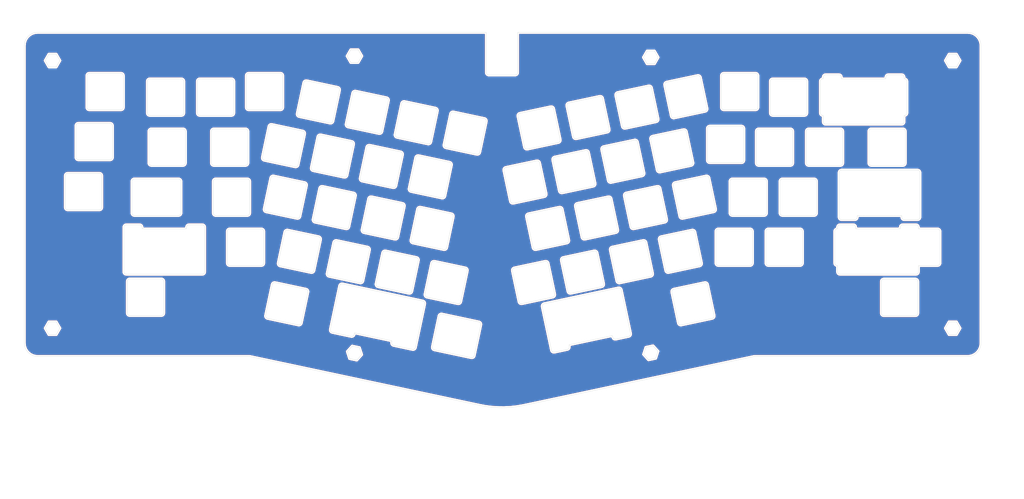
<source format=kicad_pcb>
(kicad_pcb (version 20171130) (host pcbnew 5.1.6-c6e7f7d~86~ubuntu18.04.1)
  (layers (0 F.Cu signal) (31 B.Cu signal) (34 B.Paste user) (35 F.Paste user) (36 B.SilkS user) (37 F.SilkS user) (38 B.Mask user) (39 F.Mask user) (44 Edge.Cuts user))
  (net 0 "")
  (gr_arc (start 208.588699 119.708509) (end 207.610552 119.916421) (angle -90) (layer Edge.Cuts) (width 0.1))
  (gr_line (start 205.115611 108.17865) (end 207.610552 119.916421) (layer Edge.Cuts) (width 0.1))
  (gr_arc (start 295.61125 105.15) (end 295.61125 106.15) (angle -90) (layer Edge.Cuts) (width 0.1))
  (gr_line (start 283.61125 106.15) (end 295.61125 106.15) (layer Edge.Cuts) (width 0.1))
  (gr_arc (start 259.693894 50.422133) (end 259.901806 51.400281) (angle -90) (layer Edge.Cuts) (width 0.1))
  (gr_line (start 248.164034 53.895221) (end 259.901806 51.400281) (layer Edge.Cuts) (width 0.1))
  (gr_line (start 310.98125 68.05) (end 298.98125 68.05) (layer Edge.Cuts) (width 0.1))
  (gr_arc (start 310.98125 67.05) (end 310.98125 68.05) (angle -90) (layer Edge.Cuts) (width 0.1))
  (gr_arc (start 241.825242 80.90508) (end 242.803389 80.697168) (angle -90) (layer Edge.Cuts) (width 0.1))
  (gr_line (start 245.29833 92.434939) (end 242.803389 80.697168) (layer Edge.Cuts) (width 0.1))
  (gr_line (start 336.53325 87.1) (end 338.97125 87.1) (layer Edge.Cuts) (width 0.1))
  (gr_line (start 78.57125 92.15) (end 66.571251 92.15) (layer Edge.Cuts) (width 0.1))
  (gr_line (start 81.009251 92.15) (end 78.57125 92.15) (layer Edge.Cuts) (width 0.1))
  (gr_line (start 81.009251 91.565003) (end 81.009251 92.15) (layer Edge.Cuts) (width 0.1))
  (gr_arc (start 264.094894 37.218585) (end 263.886983 36.240437) (angle -90) (layer Edge.Cuts) (width 0.1))
  (gr_line (start 275.624754 33.745497) (end 263.886983 36.240437) (layer Edge.Cuts) (width 0.1))
  (gr_arc (start 264.489835 107.826356) (end 263.511687 108.034268) (angle -90) (layer Edge.Cuts) (width 0.1))
  (gr_line (start 261.016747 96.296496) (end 263.511687 108.034268) (layer Edge.Cuts) (width 0.1))
  (gr_line (start 374.275 30.528173) (end 375.7 28.06) (layer Edge.Cuts) (width 0.1))
  (gr_line (start 303.34125 48) (end 303.34125 36) (layer Edge.Cuts) (width 0.1))
  (gr_arc (start 304.34125 48) (end 303.34125 48) (angle -90) (layer Edge.Cuts) (width 0.1))
  (gr_line (start 256.077101 97.34645) (end 258.572042 109.084222) (layer Edge.Cuts) (width 0.1))
  (gr_arc (start 255.098954 97.554362) (end 256.077101 97.34645) (angle -90) (layer Edge.Cuts) (width 0.1))
  (gr_arc (start 223.962411 77.487791) (end 222.984263 77.695703) (angle -90) (layer Edge.Cuts) (width 0.1))
  (gr_line (start 220.489323 65.957932) (end 222.984263 77.695703) (layer Edge.Cuts) (width 0.1))
  (gr_arc (start 230.087471 83.40002) (end 229.879559 82.421873) (angle -90) (layer Edge.Cuts) (width 0.1))
  (gr_line (start 241.61733 79.926932) (end 229.879559 82.421873) (layer Edge.Cuts) (width 0.1))
  (gr_arc (start 92.17125 86.1) (end 91.17125 86.1) (angle -90) (layer Edge.Cuts) (width 0.1))
  (gr_line (start 104.17125 87.1) (end 92.17125 87.1) (layer Edge.Cuts) (width 0.1))
  (gr_arc (start 104.17125 86.1) (end 104.17125 87.1) (angle -90) (layer Edge.Cuts) (width 0.1))
  (gr_arc (start 47.811251 71.96) (end 48.811251 71.96) (angle -90) (layer Edge.Cuts) (width 0.1))
  (gr_line (start 48.811251 83.96) (end 48.811251 71.96) (layer Edge.Cuts) (width 0.1))
  (gr_line (start 146.918272 137.356424) (end 144.130552 136.763876) (layer Edge.Cuts) (width 0.1))
  (gr_line (start 147.798971 140.066935) (end 146.918272 137.356424) (layer Edge.Cuts) (width 0.1))
  (gr_arc (start 247.956123 52.917074) (end 246.977975 53.124985) (angle -90) (layer Edge.Cuts) (width 0.1))
  (gr_line (start 244.483035 41.387214) (end 246.977975 53.124985) (layer Edge.Cuts) (width 0.1))
  (gr_arc (start 61.211251 74.1) (end 61.211251 73.1) (angle -90) (layer Edge.Cuts) (width 0.1))
  (gr_line (start 77.97425 73.1) (end 61.211251 73.1) (layer Edge.Cuts) (width 0.1))
  (gr_line (start 32.861251 28.06) (end 31.436251 25.591828) (layer Edge.Cuts) (width 0.1))
  (gr_arc (start 276.227606 105.331416) (end 276.435517 106.309563) (angle -90) (layer Edge.Cuts) (width 0.1))
  (gr_line (start 264.697746 108.804503) (end 276.435517 106.309563) (layer Edge.Cuts) (width 0.1))
  (gr_line (start 132.115753 96.296496) (end 129.620813 108.034268) (layer Edge.Cuts) (width 0.1))
  (gr_arc (start 131.137606 96.088585) (end 132.115753 96.296496) (angle -90) (layer Edge.Cuts) (width 0.1))
  (gr_arc (start 214.57153 67.215798) (end 215.549678 67.007886) (angle -90) (layer Edge.Cuts) (width 0.1))
  (gr_line (start 218.044618 78.745657) (end 215.549678 67.007886) (layer Edge.Cuts) (width 0.1))
  (gr_arc (start 232.582411 95.137791) (end 231.604263 95.345703) (angle -90) (layer Edge.Cuts) (width 0.1))
  (gr_line (start 229.109323 83.607932) (end 231.604263 95.345703) (layer Edge.Cuts) (width 0.1))
  (gr_line (start 147.84417 92.434939) (end 150.339111 80.697168) (layer Edge.Cuts) (width 0.1))
  (gr_arc (start 148.822318 92.642851) (end 147.84417 92.434939) (angle -90) (layer Edge.Cuts) (width 0.1))
  (gr_line (start 92.17125 73.1) (end 104.17125 73.1) (layer Edge.Cuts) (width 0.1))
  (gr_arc (start 92.17125 74.1) (end 92.17125 73.1) (angle -90) (layer Edge.Cuts) (width 0.1))
  (gr_line (start 91.17125 86.1) (end 91.17125 74.1) (layer Edge.Cuts) (width 0.1))
  (gr_line (start 207.181249 17.36) (end 378.55 17.36) (layer Edge.Cuts) (width 0.1))
  (gr_line (start 207.181249 32.595763) (end 207.181249 17.36) (layer Edge.Cuts) (width 0.1))
  (gr_arc (start 244.320182 92.642851) (end 244.528094 93.620999) (angle -90) (layer Edge.Cuts) (width 0.1))
  (gr_line (start 232.790323 96.115939) (end 244.528094 93.620999) (layer Edge.Cuts) (width 0.1))
  (gr_line (start 267.146983 74.500437) (end 278.884754 72.005497) (layer Edge.Cuts) (width 0.1))
  (gr_arc (start 267.354894 75.478585) (end 267.146983 74.500437) (angle -90) (layer Edge.Cuts) (width 0.1))
  (gr_line (start 165.777882 76.765657) (end 168.272822 65.027886) (layer Edge.Cuts) (width 0.1))
  (gr_arc (start 166.75603 76.973569) (end 165.777882 76.765657) (angle -90) (layer Edge.Cuts) (width 0.1))
  (gr_arc (start 220.32647 117.213569) (end 220.534382 118.191716) (angle -90) (layer Edge.Cuts) (width 0.1))
  (gr_line (start 208.796611 120.686657) (end 220.534382 118.191716) (layer Edge.Cuts) (width 0.1))
  (gr_line (start 178.285889 80.446657) (end 166.548118 77.951716) (layer Edge.Cuts) (width 0.1))
  (gr_arc (start 178.493801 79.468509) (end 178.285889 80.446657) (angle -90) (layer Edge.Cuts) (width 0.1))
  (gr_arc (start 245.461182 41.179302) (end 245.253271 40.201155) (angle -90) (layer Edge.Cuts) (width 0.1))
  (gr_line (start 256.991042 37.706215) (end 245.253271 40.201155) (layer Edge.Cuts) (width 0.1))
  (gr_arc (start 202.833759 69.710738) (end 202.625847 68.73259) (angle -90) (layer Edge.Cuts) (width 0.1))
  (gr_line (start 214.363618 66.23765) (end 202.625847 68.73259) (layer Edge.Cuts) (width 0.1))
  (gr_arc (start 235.700182 74.992851) (end 235.908094 75.970999) (angle -90) (layer Edge.Cuts) (width 0.1))
  (gr_line (start 224.170323 78.465939) (end 235.908094 75.970999) (layer Edge.Cuts) (width 0.1))
  (gr_line (start 146.423684 23.891828) (end 143.573684 23.891828) (layer Edge.Cuts) (width 0.1))
  (gr_line (start 330.47825 35) (end 347.35425 35) (layer Edge.Cuts) (width 0.1))
  (gr_line (start 330.47825 34.415004) (end 330.47825 35) (layer Edge.Cuts) (width 0.1))
  (gr_arc (start 329.47825 34.415002) (end 330.47825 34.415004) (angle -90.0001255) (layer Edge.Cuts) (width 0.1))
  (gr_arc (start 180.03603 60.323569) (end 179.057882 60.115657) (angle -90) (layer Edge.Cuts) (width 0.1))
  (gr_line (start 181.552822 48.377886) (end 179.057882 60.115657) (layer Edge.Cuts) (width 0.1))
  (gr_arc (start 182.53097 48.585798) (end 182.738882 47.60765) (angle -90) (layer Edge.Cuts) (width 0.1))
  (gr_line (start 145.471458 39.686215) (end 157.209229 42.181155) (layer Edge.Cuts) (width 0.1))
  (gr_arc (start 145.263546 40.664362) (end 145.471458 39.686215) (angle -90) (layer Edge.Cuts) (width 0.1))
  (gr_line (start 105.084829 140.7) (end 24.311251 140.7) (layer Edge.Cuts) (width 0.1))
  (gr_line (start 192.864782 159.358205) (end 105.084829 140.7) (layer Edge.Cuts) (width 0.1))
  (gr_line (start 146.423684 28.828173) (end 147.848684 26.36) (layer Edge.Cuts) (width 0.1))
  (gr_arc (start 97.52125 93.15) (end 97.52125 92.15) (angle -90) (layer Edge.Cuts) (width 0.1))
  (gr_line (start 109.52125 92.15) (end 97.52125 92.15) (layer Edge.Cuts) (width 0.1))
  (gr_arc (start 225.68647 96.603569) (end 225.894382 97.581716) (angle -90) (layer Edge.Cuts) (width 0.1))
  (gr_line (start 214.156611 100.076657) (end 225.894382 97.581716) (layer Edge.Cuts) (width 0.1))
  (gr_line (start 297.98125 67.05) (end 297.98125 55.05) (layer Edge.Cuts) (width 0.1))
  (gr_arc (start 298.98125 67.05) (end 297.98125 67.05) (angle -90) (layer Edge.Cuts) (width 0.1))
  (gr_line (start 132.191458 56.336215) (end 143.929229 58.831155) (layer Edge.Cuts) (width 0.1))
  (gr_arc (start 131.983546 57.314362) (end 132.191458 56.336215) (angle -90) (layer Edge.Cuts) (width 0.1))
  (gr_line (start 128.510458 68.844222) (end 131.005399 57.10645) (layer Edge.Cuts) (width 0.1))
  (gr_arc (start 129.488606 69.052133) (end 128.510458 68.844222) (angle -90) (layer Edge.Cuts) (width 0.1))
  (gr_line (start 330.03125 68.05) (end 318.03125 68.05) (layer Edge.Cuts) (width 0.1))
  (gr_arc (start 330.03125 67.05) (end 330.03125 68.05) (angle -90) (layer Edge.Cuts) (width 0.1))
  (gr_arc (start 125.087606 55.848585) (end 126.065753 56.056496) (angle -90) (layer Edge.Cuts) (width 0.1))
  (gr_line (start 105.17125 74.1) (end 105.17125 86.1) (layer Edge.Cuts) (width 0.1))
  (gr_arc (start 104.17125 74.1) (end 105.17125 74.1) (angle -90) (layer Edge.Cuts) (width 0.1))
  (gr_arc (start 273.732665 93.593644) (end 274.710813 93.385733) (angle -90) (layer Edge.Cuts) (width 0.1))
  (gr_line (start 277.205753 105.123504) (end 274.710813 93.385733) (layer Edge.Cuts) (width 0.1))
  (gr_line (start 371.425 25.591828) (end 370 28.06) (layer Edge.Cuts) (width 0.1))
  (gr_arc (start 126.629835 36.703644) (end 126.837746 35.725497) (angle -90) (layer Edge.Cuts) (width 0.1))
  (gr_line (start 138.575517 38.220437) (end 126.837746 35.725497) (layer Edge.Cuts) (width 0.1))
  (gr_arc (start 138.367606 39.198585) (end 139.345753 39.406496) (angle -90) (layer Edge.Cuts) (width 0.1))
  (gr_arc (start 143.932483 132.176979) (end 143.724573 133.155126) (angle -90.00001878) (layer Edge.Cuts) (width 0.1))
  (gr_line (start 145.034115 131.803943) (end 144.910631 132.384888) (layer Edge.Cuts) (width 0.1))
  (gr_arc (start 145.333422 130.849786) (end 145.034115 131.803943) (angle -5.415891579) (layer Edge.Cuts) (width 0.1))
  (gr_line (start 279.520813 113.375733) (end 282.015753 125.113504) (layer Edge.Cuts) (width 0.1))
  (gr_arc (start 278.542665 113.583644) (end 279.520813 113.375733) (angle -90) (layer Edge.Cuts) (width 0.1))
  (gr_line (start 266.596983 115.100437) (end 278.334754 112.605497) (layer Edge.Cuts) (width 0.1))
  (gr_arc (start 257.198954 38.684362) (end 258.177101 38.47645) (angle -90) (layer Edge.Cuts) (width 0.1))
  (gr_line (start 260.672042 50.214222) (end 258.177101 38.47645) (layer Edge.Cuts) (width 0.1))
  (gr_line (start 285.71125 32.86) (end 297.71125 32.86) (layer Edge.Cuts) (width 0.1))
  (gr_arc (start 285.71125 33.86) (end 285.71125 32.86) (angle -90) (layer Edge.Cuts) (width 0.1))
  (gr_line (start 115.926747 105.123504) (end 118.421687 93.385733) (layer Edge.Cuts) (width 0.1))
  (gr_arc (start 116.904894 105.331416) (end 115.926747 105.123504) (angle -90) (layer Edge.Cuts) (width 0.1))
  (gr_arc (start 354.409251 87.684999) (end 353.409251 87.684997) (angle -90.0001255) (layer Edge.Cuts) (width 0.1))
  (gr_line (start 353.409251 87.099999) (end 353.409251 87.684997) (layer Edge.Cuts) (width 0.1))
  (gr_line (start 350.97125 87.1) (end 353.409251 87.099999) (layer Edge.Cuts) (width 0.1))
  (gr_line (start 338.97125 87.1) (end 350.97125 87.1) (layer Edge.Cuts) (width 0.1))
  (gr_line (start 320.02125 87.1) (end 308.02125 87.1) (layer Edge.Cuts) (width 0.1))
  (gr_arc (start 320.02125 86.1) (end 320.02125 87.1) (angle -90) (layer Edge.Cuts) (width 0.1))
  (gr_line (start 297.71125 46.86) (end 285.71125 46.86) (layer Edge.Cuts) (width 0.1))
  (gr_arc (start 297.71125 45.86) (end 297.71125 46.86) (angle -90) (layer Edge.Cuts) (width 0.1))
  (gr_line (start 189.474754 141.254503) (end 175.408991 138.264733) (layer Edge.Cuts) (width 0.1))
  (gr_arc (start 189.682665 140.276356) (end 189.474754 141.254503) (angle -90) (layer Edge.Cuts) (width 0.1))
  (gr_line (start 331.03125 55.05) (end 331.03125 67.05) (layer Edge.Cuts) (width 0.1))
  (gr_arc (start 330.03125 55.05) (end 331.03125 55.05) (angle -90) (layer Edge.Cuts) (width 0.1))
  (gr_arc (start 269.299835 127.816356) (end 268.321687 128.024268) (angle -90) (layer Edge.Cuts) (width 0.1))
  (gr_line (start 281.245517 126.299563) (end 269.507746 128.794503) (layer Edge.Cuts) (width 0.1))
  (gr_arc (start 281.037606 125.321416) (end 281.245517 126.299563) (angle -90) (layer Edge.Cuts) (width 0.1))
  (gr_line (start 170.158882 83.88765) (end 181.896653 86.38259) (layer Edge.Cuts) (width 0.1))
  (gr_arc (start 169.95097 84.865798) (end 170.158882 83.88765) (angle -90) (layer Edge.Cuts) (width 0.1))
  (gr_arc (start 358.819251 108.505003) (end 358.819249 109.505003) (angle -90.00023223) (layer Edge.Cuts) (width 0.1))
  (gr_line (start 329.943249 109.505003) (end 358.819249 109.505003) (layer Edge.Cuts) (width 0.1))
  (gr_arc (start 329.943249 108.505003) (end 328.943249 108.505001) (angle -90.0001255) (layer Edge.Cuts) (width 0.1))
  (gr_line (start 328.94325 106.15) (end 328.943249 108.505001) (layer Edge.Cuts) (width 0.1))
  (gr_line (start 80.66125 55.05) (end 80.66125 67.05) (layer Edge.Cuts) (width 0.1))
  (gr_arc (start 79.66125 55.05) (end 80.66125 55.05) (angle -90) (layer Edge.Cuts) (width 0.1))
  (gr_arc (start 165.910089 115.747791) (end 165.702177 116.725939) (angle -90) (layer Edge.Cuts) (width 0.1))
  (gr_line (start 153.964406 114.230999) (end 165.702177 116.725939) (layer Edge.Cuts) (width 0.1))
  (gr_arc (start 154.172318 113.252851) (end 153.19417 113.044939) (angle -90) (layer Edge.Cuts) (width 0.1))
  (gr_line (start 259.757022 141.486337) (end 260.637721 138.775826) (layer Edge.Cuts) (width 0.1))
  (gr_line (start 43.041251 45.86) (end 43.041251 33.86) (layer Edge.Cuts) (width 0.1))
  (gr_arc (start 44.041251 45.86) (end 43.041251 45.86) (angle -90) (layer Edge.Cuts) (width 0.1))
  (gr_line (start 56.041251 46.86) (end 44.041251 46.86) (layer Edge.Cuts) (width 0.1))
  (gr_line (start 288.97125 73.1) (end 300.97125 73.1) (layer Edge.Cuts) (width 0.1))
  (gr_arc (start 288.97125 74.1) (end 288.97125 73.1) (angle -90) (layer Edge.Cuts) (width 0.1))
  (gr_line (start 301.97125 74.1) (end 301.97125 86.1) (layer Edge.Cuts) (width 0.1))
  (gr_arc (start 300.97125 74.1) (end 301.97125 74.1) (angle -90) (layer Edge.Cuts) (width 0.1))
  (gr_arc (start 295.61125 93.15) (end 296.61125 93.15) (angle -90) (layer Edge.Cuts) (width 0.1))
  (gr_line (start 296.61125 105.15) (end 296.61125 93.15) (layer Edge.Cuts) (width 0.1))
  (gr_line (start 229.530323 57.855939) (end 241.268094 55.360999) (layer Edge.Cuts) (width 0.1))
  (gr_arc (start 191.773801 62.818509) (end 191.565889 63.796657) (angle -90) (layer Edge.Cuts) (width 0.1))
  (gr_line (start 179.828118 61.301716) (end 191.565889 63.796657) (layer Edge.Cuts) (width 0.1))
  (gr_arc (start 61.211251 86.1) (end 60.211251 86.1) (angle -90) (layer Edge.Cuts) (width 0.1))
  (gr_line (start 60.211251 74.1) (end 60.211251 86.1) (layer Edge.Cuts) (width 0.1))
  (gr_arc (start 254.333894 71.032133) (end 254.541806 72.010281) (angle -90) (layer Edge.Cuts) (width 0.1))
  (gr_line (start 242.804034 74.505221) (end 254.541806 72.010281) (layer Edge.Cuts) (width 0.1))
  (gr_arc (start 330.533251 87.684999) (end 329.533251 87.684997) (angle -90.00023223) (layer Edge.Cuts) (width 0.1))
  (gr_line (start 329.533251 70.745) (end 329.533251 87.684997) (layer Edge.Cuts) (width 0.1))
  (gr_arc (start 330.533251 70.744998) (end 330.533253 69.744998) (angle -90.00023223) (layer Edge.Cuts) (width 0.1))
  (gr_line (start 359.409252 69.744998) (end 330.533253 69.744998) (layer Edge.Cuts) (width 0.1))
  (gr_arc (start 346.60685 124.248) (end 345.60685 124.248) (angle -90) (layer Edge.Cuts) (width 0.1))
  (gr_line (start 345.60685 112.248) (end 345.60685 124.248) (layer Edge.Cuts) (width 0.1))
  (gr_arc (start 346.60685 112.248) (end 346.60685 111.248) (angle -90) (layer Edge.Cuts) (width 0.1))
  (gr_line (start 358.60685 111.248) (end 346.60685 111.248) (layer Edge.Cuts) (width 0.1))
  (gr_line (start 287.97125 86.1) (end 287.97125 74.1) (layer Edge.Cuts) (width 0.1))
  (gr_arc (start 288.97125 86.1) (end 287.97125 86.1) (angle -90) (layer Edge.Cuts) (width 0.1))
  (gr_arc (start 201.18125 120.232301) (end 192.864782 159.358205) (angle -24) (layer Edge.Cuts) (width 0.1))
  (gr_line (start 297.277671 140.7) (end 209.497718 159.358205) (layer Edge.Cuts) (width 0.1))
  (gr_line (start 281.795517 85.699563) (end 270.057746 88.194503) (layer Edge.Cuts) (width 0.1))
  (gr_arc (start 281.587606 84.721416) (end 281.795517 85.699563) (angle -90) (layer Edge.Cuts) (width 0.1))
  (gr_line (start 256.425 24.391828) (end 255 26.86) (layer Edge.Cuts) (width 0.1))
  (gr_line (start 259.275 24.391828) (end 256.425 24.391828) (layer Edge.Cuts) (width 0.1))
  (gr_line (start 243.153271 99.071155) (end 254.891042 96.576215) (layer Edge.Cuts) (width 0.1))
  (gr_arc (start 243.361182 100.049302) (end 243.153271 99.071155) (angle -90) (layer Edge.Cuts) (width 0.1))
  (gr_arc (start 244.320018 133.216978) (end 243.34187 133.424888) (angle -90.0001255) (layer Edge.Cuts) (width 0.1))
  (gr_line (start 243.220242 132.852673) (end 243.34187 133.424888) (layer Edge.Cuts) (width 0.1))
  (gr_line (start 240.835517 133.359563) (end 243.220242 132.852673) (layer Edge.Cuts) (width 0.1))
  (gr_line (start 229.097746 135.854503) (end 240.835517 133.359563) (layer Edge.Cuts) (width 0.1))
  (gr_line (start 298.98125 54.05) (end 310.98125 54.05) (layer Edge.Cuts) (width 0.1))
  (gr_arc (start 298.98125 55.05) (end 298.98125 54.05) (angle -90) (layer Edge.Cuts) (width 0.1))
  (gr_line (start 284.71125 45.86) (end 284.71125 33.86) (layer Edge.Cuts) (width 0.1))
  (gr_arc (start 285.71125 45.86) (end 284.71125 45.86) (angle -90) (layer Edge.Cuts) (width 0.1))
  (gr_arc (start 314.66125 93.15) (end 315.66125 93.15) (angle -90) (layer Edge.Cuts) (width 0.1))
  (gr_line (start 315.66125 105.15) (end 315.66125 93.15) (layer Edge.Cuts) (width 0.1))
  (gr_arc (start 217.83153 105.475798) (end 218.809678 105.267886) (angle -90) (layer Edge.Cuts) (width 0.1))
  (gr_line (start 221.304618 117.005657) (end 218.809678 105.267886) (layer Edge.Cuts) (width 0.1))
  (gr_line (start 79.66125 68.05) (end 67.661251 68.05) (layer Edge.Cuts) (width 0.1))
  (gr_arc (start 79.66125 67.05) (end 79.66125 68.05) (angle -90) (layer Edge.Cuts) (width 0.1))
  (gr_line (start 298.71125 33.86) (end 298.71125 45.86) (layer Edge.Cuts) (width 0.1))
  (gr_arc (start 297.71125 33.86) (end 298.71125 33.86) (angle -90) (layer Edge.Cuts) (width 0.1))
  (gr_line (start 44.041251 32.86) (end 56.041251 32.86) (layer Edge.Cuts) (width 0.1))
  (gr_arc (start 44.041251 33.86) (end 44.041251 32.86) (angle -90) (layer Edge.Cuts) (width 0.1))
  (gr_arc (start 229.322411 56.877791) (end 228.344263 57.085703) (angle -90) (layer Edge.Cuts) (width 0.1))
  (gr_line (start 371.425 30.528173) (end 374.275 30.528173) (layer Edge.Cuts) (width 0.1))
  (gr_line (start 28.586251 25.591828) (end 27.161251 28.06) (layer Edge.Cuts) (width 0.1))
  (gr_arc (start 341.85125 67.05) (end 340.85125 67.05) (angle -90) (layer Edge.Cuts) (width 0.1))
  (gr_line (start 340.85125 55.05) (end 340.85125 67.05) (layer Edge.Cuts) (width 0.1))
  (gr_arc (start 341.85125 55.05) (end 341.85125 54.05) (angle -90) (layer Edge.Cuts) (width 0.1))
  (gr_line (start 353.85125 54.05) (end 341.85125 54.05) (layer Edge.Cuts) (width 0.1))
  (gr_arc (start 77.97425 86.1) (end 77.97425 87.1) (angle -90) (layer Edge.Cuts) (width 0.1))
  (gr_line (start 61.211251 87.1) (end 77.97425 87.1) (layer Edge.Cuts) (width 0.1))
  (gr_line (start 374.275 127.531828) (end 371.425 127.531828) (layer Edge.Cuts) (width 0.1))
  (gr_line (start 222.634382 59.321716) (end 210.896611 61.816657) (layer Edge.Cuts) (width 0.1))
  (gr_arc (start 222.42647 58.343569) (end 222.634382 59.321716) (angle -90) (layer Edge.Cuts) (width 0.1))
  (gr_line (start 220.909678 46.397886) (end 223.404618 58.135657) (layer Edge.Cuts) (width 0.1))
  (gr_arc (start 272.967606 67.071416) (end 273.175517 68.049563) (angle -90) (layer Edge.Cuts) (width 0.1))
  (gr_line (start 261.437746 70.544503) (end 273.175517 68.049563) (layer Edge.Cuts) (width 0.1))
  (gr_line (start 103.47125 68.05) (end 91.47125 68.05) (layer Edge.Cuts) (width 0.1))
  (gr_arc (start 103.47125 67.05) (end 103.47125 68.05) (angle -90) (layer Edge.Cuts) (width 0.1))
  (gr_arc (start 353.85125 55.05) (end 354.85125 55.05) (angle -90) (layer Edge.Cuts) (width 0.1))
  (gr_line (start 354.85125 67.05) (end 354.85125 55.05) (layer Edge.Cuts) (width 0.1))
  (gr_arc (start 353.85125 67.05) (end 353.85125 68.05) (angle -90) (layer Edge.Cuts) (width 0.1))
  (gr_line (start 341.85125 68.05) (end 353.85125 68.05) (layer Edge.Cuts) (width 0.1))
  (gr_line (start 111.116747 125.113504) (end 113.611687 113.375733) (layer Edge.Cuts) (width 0.1))
  (gr_arc (start 112.094894 125.321416) (end 111.116747 125.113504) (angle -90) (layer Edge.Cuts) (width 0.1))
  (gr_arc (start 173.140089 58.857791) (end 172.932177 59.835939) (angle -90) (layer Edge.Cuts) (width 0.1))
  (gr_line (start 161.194406 57.340999) (end 172.932177 59.835939) (layer Edge.Cuts) (width 0.1))
  (gr_line (start 226.713023 136.361392) (end 229.097746 135.854503) (layer Edge.Cuts) (width 0.1))
  (gr_line (start 336.53325 87.684997) (end 336.53325 87.1) (layer Edge.Cuts) (width 0.1))
  (gr_arc (start 335.53325 87.684999) (end 335.533252 88.684999) (angle -90.00001878) (layer Edge.Cuts) (width 0.1))
  (gr_line (start 330.533253 88.684999) (end 335.533252 88.684999) (layer Edge.Cuts) (width 0.1))
  (gr_arc (start 270.472665 55.333644) (end 271.450813 55.125733) (angle -90) (layer Edge.Cuts) (width 0.1))
  (gr_line (start 273.945753 66.863504) (end 271.450813 55.125733) (layer Edge.Cuts) (width 0.1))
  (gr_line (start 145.891948 142.184898) (end 147.798971 140.066935) (layer Edge.Cuts) (width 0.1))
  (gr_line (start 143.104228 141.59235) (end 145.891948 142.184898) (layer Edge.Cuts) (width 0.1))
  (gr_arc (start 314.66125 105.15) (end 314.66125 106.15) (angle -90) (layer Edge.Cuts) (width 0.1))
  (gr_line (start 302.66125 106.15) (end 314.66125 106.15) (layer Edge.Cuts) (width 0.1))
  (gr_line (start 307.02125 86.1) (end 307.02125 74.1) (layer Edge.Cuts) (width 0.1))
  (gr_arc (start 308.02125 86.1) (end 307.02125 86.1) (angle -90) (layer Edge.Cuts) (width 0.1))
  (gr_line (start 143.573684 28.828173) (end 146.423684 28.828173) (layer Edge.Cuts) (width 0.1))
  (gr_arc (start 205.328699 81.448509) (end 204.350552 81.656421) (angle -90) (layer Edge.Cuts) (width 0.1))
  (gr_line (start 201.855611 69.91865) (end 204.350552 81.656421) (layer Edge.Cuts) (width 0.1))
  (gr_line (start 91.47125 54.05) (end 103.47125 54.05) (layer Edge.Cuts) (width 0.1))
  (gr_arc (start 91.47125 55.05) (end 91.47125 54.05) (angle -90) (layer Edge.Cuts) (width 0.1))
  (gr_line (start 59.431251 111.2) (end 71.431251 111.2) (layer Edge.Cuts) (width 0.1))
  (gr_arc (start 59.431251 112.2) (end 59.431251 111.2) (angle -90) (layer Edge.Cuts) (width 0.1))
  (gr_line (start 19.311251 135.7) (end 19.311251 22.36) (layer Edge.Cuts) (width 0.1))
  (gr_arc (start 24.311251 135.7) (end 19.311251 135.7) (angle -90) (layer Edge.Cuts) (width 0.1))
  (gr_line (start 136.850813 51.144268) (end 139.345753 39.406496) (layer Edge.Cuts) (width 0.1))
  (gr_arc (start 135.872665 50.936356) (end 135.664754 51.914503) (angle -90) (layer Edge.Cuts) (width 0.1))
  (gr_line (start 123.926983 49.419563) (end 135.664754 51.914503) (layer Edge.Cuts) (width 0.1))
  (gr_line (start 51.881251 65.91) (end 39.881251 65.91) (layer Edge.Cuts) (width 0.1))
  (gr_arc (start 51.881251 64.91) (end 51.881251 65.91) (angle -90) (layer Edge.Cuts) (width 0.1))
  (gr_line (start 123.624754 128.794503) (end 111.886983 126.299563) (layer Edge.Cuts) (width 0.1))
  (gr_arc (start 123.832665 127.816356) (end 123.624754 128.794503) (angle -90) (layer Edge.Cuts) (width 0.1))
  (gr_arc (start 223.19153 84.865798) (end 224.169678 84.657886) (angle -90) (layer Edge.Cuts) (width 0.1))
  (gr_line (start 226.664618 96.395657) (end 224.169678 84.657886) (layer Edge.Cuts) (width 0.1))
  (gr_line (start 209.710552 61.046421) (end 207.215611 49.30865) (layer Edge.Cuts) (width 0.1))
  (gr_arc (start 210.688699 60.838509) (end 209.710552 61.046421) (angle -90) (layer Edge.Cuts) (width 0.1))
  (gr_arc (start 261.994894 96.088585) (end 261.786983 95.110437) (angle -90) (layer Edge.Cuts) (width 0.1))
  (gr_line (start 273.524754 92.615497) (end 261.786983 95.110437) (layer Edge.Cuts) (width 0.1))
  (gr_arc (start 111.554894 84.721416) (end 110.576747 84.513504) (angle -90) (layer Edge.Cuts) (width 0.1))
  (gr_line (start 113.071687 72.775733) (end 110.576747 84.513504) (layer Edge.Cuts) (width 0.1))
  (gr_arc (start 114.049835 72.983644) (end 114.257746 72.005497) (angle -90) (layer Edge.Cuts) (width 0.1))
  (gr_line (start 125.995517 74.500437) (end 114.257746 72.005497) (layer Edge.Cuts) (width 0.1))
  (gr_arc (start 302.66125 93.15) (end 302.66125 92.15) (angle -90) (layer Edge.Cuts) (width 0.1))
  (gr_line (start 314.66125 92.15) (end 302.66125 92.15) (layer Edge.Cuts) (width 0.1))
  (gr_line (start 52.881251 52.91) (end 52.881251 64.91) (layer Edge.Cuts) (width 0.1))
  (gr_arc (start 51.881251 52.91) (end 52.881251 52.91) (angle -90) (layer Edge.Cuts) (width 0.1))
  (gr_line (start 80.06125 36) (end 80.06125 48) (layer Edge.Cuts) (width 0.1))
  (gr_arc (start 79.06125 36) (end 80.06125 36) (angle -90) (layer Edge.Cuts) (width 0.1))
  (gr_line (start 67.061251 35) (end 79.06125 35) (layer Edge.Cuts) (width 0.1))
  (gr_arc (start 67.061251 36) (end 67.061251 35) (angle -90) (layer Edge.Cuts) (width 0.1))
  (gr_line (start 164.033177 83.607932) (end 161.538237 95.345703) (layer Edge.Cuts) (width 0.1))
  (gr_arc (start 163.055029 83.40002) (end 164.033177 83.607932) (angle -90) (layer Edge.Cuts) (width 0.1))
  (gr_line (start 317.34125 36) (end 317.34125 48) (layer Edge.Cuts) (width 0.1))
  (gr_arc (start 316.34125 36) (end 317.34125 36) (angle -90) (layer Edge.Cuts) (width 0.1))
  (gr_line (start 147.325604 132.295578) (end 145.125509 131.827933) (layer Edge.Cuts) (width 0.1))
  (gr_arc (start 147.624894 131.341416) (end 147.325604 132.295578) (angle -5.41496404) (layer Edge.Cuts) (width 0.1))
  (gr_line (start 159.154754 134.814503) (end 147.416983 132.319563) (layer Edge.Cuts) (width 0.1))
  (gr_arc (start 354.44125 48) (end 354.44125 49) (angle -90) (layer Edge.Cuts) (width 0.1))
  (gr_line (start 355.44125 36) (end 355.44125 48) (layer Edge.Cuts) (width 0.1))
  (gr_arc (start 354.44125 36) (end 355.44125 36) (angle -90) (layer Edge.Cuts) (width 0.1))
  (gr_line (start 324.478249 33.415002) (end 329.478249 33.415002) (layer Edge.Cuts) (width 0.1))
  (gr_arc (start 324.478248 34.415002) (end 324.478249 33.415002) (angle -90.0001255) (layer Edge.Cuts) (width 0.1))
  (gr_line (start 323.478248 35) (end 323.478248 34.415004) (layer Edge.Cuts) (width 0.1))
  (gr_line (start 371.425 132.468173) (end 374.275 132.468173) (layer Edge.Cuts) (width 0.1))
  (gr_arc (start 283.61125 93.15) (end 283.61125 92.15) (angle -90) (layer Edge.Cuts) (width 0.1))
  (gr_line (start 295.61125 92.15) (end 283.61125 92.15) (layer Edge.Cuts) (width 0.1))
  (gr_arc (start 248.721182 79.439302) (end 248.513271 78.461155) (angle -90) (layer Edge.Cuts) (width 0.1))
  (gr_line (start 260.251042 75.966215) (end 248.513271 78.461155) (layer Edge.Cuts) (width 0.1))
  (gr_arc (start 260.458954 76.944362) (end 261.437101 76.73645) (angle -90) (layer Edge.Cuts) (width 0.1))
  (gr_line (start 263.932042 88.474222) (end 261.437101 76.73645) (layer Edge.Cuts) (width 0.1))
  (gr_line (start 328.85625 106.15) (end 328.94325 106.15) (layer Edge.Cuts) (width 0.1))
  (gr_arc (start 328.85625 105.15) (end 327.85625 105.15) (angle -90) (layer Edge.Cuts) (width 0.1))
  (gr_line (start 327.85625 93.15) (end 327.85625 105.15) (layer Edge.Cuts) (width 0.1))
  (gr_arc (start 328.85625 93.15) (end 328.85625 92.15) (angle -90) (layer Edge.Cuts) (width 0.1))
  (gr_arc (start 140.272295 114.075968) (end 140.480209 113.097821) (angle -90.00023223) (layer Edge.Cuts) (width 0.1))
  (gr_line (start 135.772123 130.437876) (end 139.294147 113.868058) (layer Edge.Cuts) (width 0.1))
  (gr_arc (start 136.750271 130.64579) (end 135.772123 130.437876) (angle -90.00023223) (layer Edge.Cuts) (width 0.1))
  (gr_arc (start 358.60685 112.248) (end 359.60685 112.248) (angle -90) (layer Edge.Cuts) (width 0.1))
  (gr_line (start 359.60685 124.248) (end 359.60685 112.248) (layer Edge.Cuts) (width 0.1))
  (gr_arc (start 358.60685 124.248) (end 358.60685 125.248) (angle -90) (layer Edge.Cuts) (width 0.1))
  (gr_line (start 346.60685 125.248) (end 358.60685 125.248) (layer Edge.Cuts) (width 0.1))
  (gr_arc (start 266.589835 48.956356) (end 265.611687 49.164268) (angle -90) (layer Edge.Cuts) (width 0.1))
  (gr_line (start 263.116747 37.426496) (end 265.611687 49.164268) (layer Edge.Cuts) (width 0.1))
  (gr_line (start 127.305753 116.286496) (end 124.810813 128.024268) (layer Edge.Cuts) (width 0.1))
  (gr_arc (start 126.327606 116.078585) (end 127.305753 116.286496) (angle -90) (layer Edge.Cuts) (width 0.1))
  (gr_arc (start 109.52125 93.15) (end 110.52125 93.15) (angle -90) (layer Edge.Cuts) (width 0.1))
  (gr_line (start 110.52125 105.15) (end 110.52125 93.15) (layer Edge.Cuts) (width 0.1))
  (gr_line (start 178.985889 100.076657) (end 167.248118 97.581716) (layer Edge.Cuts) (width 0.1))
  (gr_arc (start 179.193801 99.098509) (end 178.985889 100.076657) (angle -90) (layer Edge.Cuts) (width 0.1))
  (gr_line (start 304.34125 35) (end 316.34125 35) (layer Edge.Cuts) (width 0.1))
  (gr_arc (start 304.34125 36) (end 304.34125 35) (angle -90) (layer Edge.Cuts) (width 0.1))
  (gr_line (start 122.384754 68.564503) (end 110.646983 66.069563) (layer Edge.Cuts) (width 0.1))
  (gr_arc (start 122.592665 67.586356) (end 122.384754 68.564503) (angle -90) (layer Edge.Cuts) (width 0.1))
  (gr_line (start 126.065753 56.056496) (end 123.570813 67.794268) (layer Edge.Cuts) (width 0.1))
  (gr_line (start 368.05 105.15) (end 368.05 93.15) (layer Edge.Cuts) (width 0.1))
  (gr_arc (start 367.05 105.15) (end 367.05 106.15) (angle -90) (layer Edge.Cuts) (width 0.1))
  (gr_line (start 359.81925 106.15) (end 367.05 106.15) (layer Edge.Cuts) (width 0.1))
  (gr_line (start 359.819251 108.505001) (end 359.81925 106.15) (layer Edge.Cuts) (width 0.1))
  (gr_line (start 226.834651 136.933606) (end 226.713023 136.361392) (layer Edge.Cuts) (width 0.1))
  (gr_arc (start 225.856503 137.141519) (end 226.064417 138.119667) (angle -90.00001878) (layer Edge.Cuts) (width 0.1))
  (gr_line (start 221.17368 139.159225) (end 226.064417 138.119667) (layer Edge.Cuts) (width 0.1))
  (gr_line (start 142.223529 138.881839) (end 143.104228 141.59235) (layer Edge.Cuts) (width 0.1))
  (gr_line (start 144.130552 136.763876) (end 142.223529 138.881839) (layer Edge.Cuts) (width 0.1))
  (gr_arc (start 221.467471 65.75002) (end 221.259559 64.771873) (angle -90) (layer Edge.Cuts) (width 0.1))
  (gr_line (start 232.99733 62.276932) (end 221.259559 64.771873) (layer Edge.Cuts) (width 0.1))
  (gr_line (start 128.434754 108.804503) (end 116.696983 106.309563) (layer Edge.Cuts) (width 0.1))
  (gr_arc (start 128.642665 107.826356) (end 128.434754 108.804503) (angle -90) (layer Edge.Cuts) (width 0.1))
  (gr_line (start 370 28.06) (end 371.425 30.528173) (layer Edge.Cuts) (width 0.1))
  (gr_line (start 194.476653 50.10259) (end 182.738882 47.60765) (layer Edge.Cuts) (width 0.1))
  (gr_arc (start 194.268741 51.080738) (end 195.246889 51.28865) (angle -90) (layer Edge.Cuts) (width 0.1))
  (gr_line (start 192.751948 63.026421) (end 195.246889 51.28865) (layer Edge.Cuts) (width 0.1))
  (gr_arc (start 238.960182 113.252851) (end 239.168094 114.230999) (angle -90) (layer Edge.Cuts) (width 0.1))
  (gr_line (start 227.430323 116.725939) (end 239.168094 114.230999) (layer Edge.Cuts) (width 0.1))
  (gr_line (start 292.35125 66.99) (end 280.35125 66.99) (layer Edge.Cuts) (width 0.1))
  (gr_arc (start 292.35125 65.99) (end 292.35125 66.99) (angle -90) (layer Edge.Cuts) (width 0.1))
  (gr_line (start 244.877975 111.994985) (end 242.383035 100.257214) (layer Edge.Cuts) (width 0.1))
  (gr_arc (start 245.856123 111.787074) (end 244.877975 111.994985) (angle -90) (layer Edge.Cuts) (width 0.1))
  (gr_arc (start 113.349835 53.353644) (end 113.557746 52.375497) (angle -90) (layer Edge.Cuts) (width 0.1))
  (gr_line (start 109.876747 64.883504) (end 112.371687 53.145733) (layer Edge.Cuts) (width 0.1))
  (gr_arc (start 110.854894 65.091416) (end 109.876747 64.883504) (angle -90) (layer Edge.Cuts) (width 0.1))
  (gr_arc (start 86.11125 48) (end 85.11125 48) (angle -90) (layer Edge.Cuts) (width 0.1))
  (gr_line (start 85.11125 36) (end 85.11125 48) (layer Edge.Cuts) (width 0.1))
  (gr_arc (start 124.134894 48.441416) (end 123.156747 48.233504) (angle -90) (layer Edge.Cuts) (width 0.1))
  (gr_line (start 125.651687 36.495733) (end 123.156747 48.233504) (layer Edge.Cuts) (width 0.1))
  (gr_line (start 268.321687 128.024268) (end 265.826747 116.286496) (layer Edge.Cuts) (width 0.1))
  (gr_arc (start 261.229835 69.566356) (end 260.251687 69.774268) (angle -90) (layer Edge.Cuts) (width 0.1))
  (gr_line (start 257.756747 58.036496) (end 260.251687 69.774268) (layer Edge.Cuts) (width 0.1))
  (gr_line (start 255.062279 139.960923) (end 256.969302 142.078886) (layer Edge.Cuts) (width 0.1))
  (gr_line (start 151.52517 79.926932) (end 163.262941 82.421873) (layer Edge.Cuts) (width 0.1))
  (gr_arc (start 151.317258 80.90508) (end 151.52517 79.926932) (angle -90) (layer Edge.Cuts) (width 0.1))
  (gr_line (start 147.14417 72.804939) (end 149.639111 61.067168) (layer Edge.Cuts) (width 0.1))
  (gr_arc (start 148.122318 73.012851) (end 147.14417 72.804939) (angle -90) (layer Edge.Cuts) (width 0.1))
  (gr_arc (start 220.965766 138.181078) (end 219.987618 138.388987) (angle -90.00023223) (layer Edge.Cuts) (width 0.1))
  (gr_line (start 216.465595 121.819169) (end 219.987618 138.388987) (layer Edge.Cuts) (width 0.1))
  (gr_arc (start 217.443742 121.611256) (end 217.235832 120.633108) (angle -90.00023223) (layer Edge.Cuts) (width 0.1))
  (gr_line (start 245.480821 114.62945) (end 217.235832 120.633108) (layer Edge.Cuts) (width 0.1))
  (gr_line (start 280.070813 72.775733) (end 282.565753 84.513504) (layer Edge.Cuts) (width 0.1))
  (gr_arc (start 279.092665 72.983644) (end 280.070813 72.775733) (angle -90) (layer Edge.Cuts) (width 0.1))
  (gr_arc (start 109.52125 105.15) (end 109.52125 106.15) (angle -90) (layer Edge.Cuts) (width 0.1))
  (gr_line (start 97.52125 106.15) (end 109.52125 106.15) (layer Edge.Cuts) (width 0.1))
  (gr_line (start 279.35125 65.99) (end 279.35125 53.99) (layer Edge.Cuts) (width 0.1))
  (gr_arc (start 280.35125 65.99) (end 279.35125 65.99) (angle -90) (layer Edge.Cuts) (width 0.1))
  (gr_arc (start 233.205242 63.25508) (end 234.183389 63.047168) (angle -90) (layer Edge.Cuts) (width 0.1))
  (gr_line (start 236.67833 74.784939) (end 234.183389 63.047168) (layer Edge.Cuts) (width 0.1))
  (gr_arc (start 167.286737 137.141078) (end 167.078826 138.119226) (angle -90.0001255) (layer Edge.Cuts) (width 0.1))
  (gr_line (start 171.786909 120.77917) (end 168.264885 137.348988) (layer Edge.Cuts) (width 0.1))
  (gr_arc (start 170.808762 120.571256) (end 171.786909 120.77917) (angle -90.0001255) (layer Edge.Cuts) (width 0.1))
  (gr_line (start 323.478248 51.355001) (end 323.47825 49) (layer Edge.Cuts) (width 0.1))
  (gr_arc (start 324.478248 51.355003) (end 323.478248 51.355001) (angle -90.0001255) (layer Edge.Cuts) (width 0.1))
  (gr_line (start 353.354248 52.355003) (end 324.478249 52.355003) (layer Edge.Cuts) (width 0.1))
  (gr_line (start 268.871687 87.424268) (end 266.376747 75.686496) (layer Edge.Cuts) (width 0.1))
  (gr_arc (start 269.849835 87.216356) (end 268.871687 87.424268) (angle -90) (layer Edge.Cuts) (width 0.1))
  (gr_line (start 38.881251 64.91) (end 38.881251 52.91) (layer Edge.Cuts) (width 0.1))
  (gr_arc (start 39.881251 64.91) (end 38.881251 64.91) (angle -90) (layer Edge.Cuts) (width 0.1))
  (gr_arc (start 219.93153 46.605798) (end 220.909678 46.397886) (angle -90) (layer Edge.Cuts) (width 0.1))
  (gr_line (start 207.985847 48.12259) (end 219.723618 45.62765) (layer Edge.Cuts) (width 0.1))
  (gr_arc (start 208.193759 49.100738) (end 207.985847 48.12259) (angle -90) (layer Edge.Cuts) (width 0.1))
  (gr_line (start 300.97125 87.1) (end 288.97125 87.1) (layer Edge.Cuts) (width 0.1))
  (gr_arc (start 300.97125 86.1) (end 300.97125 87.1) (angle -90) (layer Edge.Cuts) (width 0.1))
  (gr_arc (start 227.222411 115.747791) (end 226.244263 115.955703) (angle -90) (layer Edge.Cuts) (width 0.1))
  (gr_line (start 223.749323 104.217932) (end 226.244263 115.955703) (layer Edge.Cuts) (width 0.1))
  (gr_arc (start 58.13325 91.565001) (end 58.13325 90.565001) (angle -90.0001255) (layer Edge.Cuts) (width 0.1))
  (gr_line (start 63.133251 90.565001) (end 58.13325 90.565001) (layer Edge.Cuts) (width 0.1))
  (gr_arc (start 63.133251 91.565001) (end 64.133251 91.565003) (angle -90.0001255) (layer Edge.Cuts) (width 0.1))
  (gr_line (start 64.133251 92.15) (end 64.133251 91.565003) (layer Edge.Cuts) (width 0.1))
  (gr_arc (start 163.897258 44.62508) (end 164.10517 43.646932) (angle -90) (layer Edge.Cuts) (width 0.1))
  (gr_line (start 175.842941 46.141873) (end 164.10517 43.646932) (layer Edge.Cuts) (width 0.1))
  (gr_line (start 58.431251 124.2) (end 58.431251 112.2) (layer Edge.Cuts) (width 0.1))
  (gr_arc (start 59.431251 124.2) (end 58.431251 124.2) (angle -90) (layer Edge.Cuts) (width 0.1))
  (gr_line (start 193.155753 128.746496) (end 190.660813 140.484268) (layer Edge.Cuts) (width 0.1))
  (gr_arc (start 192.177606 128.538585) (end 193.155753 128.746496) (angle -90) (layer Edge.Cuts) (width 0.1))
  (gr_line (start 162.096708 137.055682) (end 159.896611 136.588037) (layer Edge.Cuts) (width 0.1))
  (gr_arc (start 162.395998 136.10152) (end 162.096708 137.055682) (angle -5.414973431) (layer Edge.Cuts) (width 0.1))
  (gr_line (start 167.078826 138.119226) (end 162.188087 137.079667) (layer Edge.Cuts) (width 0.1))
  (gr_arc (start 258.734894 57.828585) (end 258.526983 56.850437) (angle -90) (layer Edge.Cuts) (width 0.1))
  (gr_line (start 270.264754 54.355497) (end 258.526983 56.850437) (layer Edge.Cuts) (width 0.1))
  (gr_line (start 163.333177 63.977932) (end 160.838237 75.715703) (layer Edge.Cuts) (width 0.1))
  (gr_arc (start 162.355029 63.77002) (end 163.333177 63.977932) (angle -90) (layer Edge.Cuts) (width 0.1))
  (gr_line (start 143.573684 23.891828) (end 142.148684 26.36) (layer Edge.Cuts) (width 0.1))
  (gr_line (start 260.637721 138.775826) (end 258.730698 136.657864) (layer Edge.Cuts) (width 0.1))
  (gr_line (start 256.969302 142.078886) (end 259.757022 141.486337) (layer Edge.Cuts) (width 0.1))
  (gr_arc (start 213.948699 99.098509) (end 212.970552 99.306421) (angle -90) (layer Edge.Cuts) (width 0.1))
  (gr_line (start 210.475611 87.56865) (end 212.970552 99.306421) (layer Edge.Cuts) (width 0.1))
  (gr_line (start 255.942978 137.250412) (end 255.062279 139.960923) (layer Edge.Cuts) (width 0.1))
  (gr_line (start 28.586251 30.528173) (end 31.436251 30.528173) (layer Edge.Cuts) (width 0.1))
  (gr_line (start 119.607746 92.615497) (end 131.345517 95.110437) (layer Edge.Cuts) (width 0.1))
  (gr_arc (start 119.399835 93.593644) (end 119.607746 92.615497) (angle -90) (layer Edge.Cuts) (width 0.1))
  (gr_line (start 169.458882 64.25765) (end 181.196653 66.75259) (layer Edge.Cuts) (width 0.1))
  (gr_arc (start 169.25097 65.235798) (end 169.458882 64.25765) (angle -90) (layer Edge.Cuts) (width 0.1))
  (gr_arc (start 266.804894 116.078585) (end 266.596983 115.100437) (angle -90) (layer Edge.Cuts) (width 0.1))
  (gr_arc (start 168.405029 104.01002) (end 169.383177 104.217932) (angle -90) (layer Edge.Cuts) (width 0.1))
  (gr_line (start 166.888237 115.955703) (end 169.383177 104.217932) (layer Edge.Cuts) (width 0.1))
  (gr_arc (start 238.565242 42.64508) (end 239.543389 42.437168) (angle -90) (layer Edge.Cuts) (width 0.1))
  (gr_line (start 242.03833 54.174939) (end 239.543389 42.437168) (layer Edge.Cuts) (width 0.1))
  (gr_arc (start 241.060182 54.382851) (end 241.268094 55.360999) (angle -90) (layer Edge.Cuts) (width 0.1))
  (gr_line (start 31.436251 30.528173) (end 32.861251 28.06) (layer Edge.Cuts) (width 0.1))
  (gr_line (start 258.730698 136.657864) (end 255.942978 137.250412) (layer Edge.Cuts) (width 0.1))
  (gr_line (start 72.431251 112.2) (end 72.431251 124.2) (layer Edge.Cuts) (width 0.1))
  (gr_arc (start 71.431251 112.2) (end 72.431251 112.2) (angle -90) (layer Edge.Cuts) (width 0.1))
  (gr_arc (start 187.038741 107.970738) (end 188.016889 108.17865) (angle -90) (layer Edge.Cuts) (width 0.1))
  (gr_line (start 185.521948 119.916421) (end 188.016889 108.17865) (layer Edge.Cuts) (width 0.1))
  (gr_arc (start 147.276377 111.787074) (end 147.068466 112.765221) (angle -90) (layer Edge.Cuts) (width 0.1))
  (gr_line (start 135.330694 110.270281) (end 147.068466 112.765221) (layer Edge.Cuts) (width 0.1))
  (gr_arc (start 135.538606 109.292133) (end 134.560458 109.084222) (angle -90) (layer Edge.Cuts) (width 0.1))
  (gr_line (start 137.055399 97.34645) (end 134.560458 109.084222) (layer Edge.Cuts) (width 0.1))
  (gr_line (start 328.943249 92.15) (end 328.85625 92.15) (layer Edge.Cuts) (width 0.1))
  (gr_line (start 328.943249 91.565003) (end 328.943249 92.15) (layer Edge.Cuts) (width 0.1))
  (gr_arc (start 329.943249 91.565001) (end 329.943249 90.565001) (angle -90.0001255) (layer Edge.Cuts) (width 0.1))
  (gr_line (start 334.94325 90.565001) (end 329.943249 90.565001) (layer Edge.Cuts) (width 0.1))
  (gr_arc (start 35.811251 83.96) (end 34.811251 83.96) (angle -90) (layer Edge.Cuts) (width 0.1))
  (gr_line (start 34.811251 71.96) (end 34.811251 83.96) (layer Edge.Cuts) (width 0.1))
  (gr_arc (start 359.409252 70.744998) (end 360.409252 70.745) (angle -90.0001255) (layer Edge.Cuts) (width 0.1))
  (gr_line (start 360.409252 87.684997) (end 360.409252 70.745) (layer Edge.Cuts) (width 0.1))
  (gr_arc (start 359.409252 87.684999) (end 359.409252 88.684999) (angle -90.0001255) (layer Edge.Cuts) (width 0.1))
  (gr_line (start 354.409252 88.684999) (end 359.409252 88.684999) (layer Edge.Cuts) (width 0.1))
  (gr_line (start 28.586251 132.468173) (end 31.436251 132.468173) (layer Edge.Cuts) (width 0.1))
  (gr_line (start 348.354249 33.415002) (end 353.354248 33.415002) (layer Edge.Cuts) (width 0.1))
  (gr_arc (start 348.35425 34.415002) (end 348.354249 33.415002) (angle -90.00001878) (layer Edge.Cuts) (width 0.1))
  (gr_line (start 347.35425 35) (end 347.35425 34.415004) (layer Edge.Cuts) (width 0.1))
  (gr_arc (start 353.35425 51.355003) (end 353.354248 52.355003) (angle -90.00023223) (layer Edge.Cuts) (width 0.1))
  (gr_line (start 354.35425 49) (end 354.35425 51.355001) (layer Edge.Cuts) (width 0.1))
  (gr_line (start 354.44125 49) (end 354.35425 49) (layer Edge.Cuts) (width 0.1))
  (gr_line (start 311.98125 55.05) (end 311.98125 67.05) (layer Edge.Cuts) (width 0.1))
  (gr_arc (start 310.98125 55.05) (end 311.98125 55.05) (angle -90) (layer Edge.Cuts) (width 0.1))
  (gr_line (start 181.966889 67.93865) (end 179.471948 79.676421) (layer Edge.Cuts) (width 0.1))
  (gr_arc (start 180.988741 67.730738) (end 181.966889 67.93865) (angle -90) (layer Edge.Cuts) (width 0.1))
  (gr_line (start 66.061251 48) (end 66.061251 36) (layer Edge.Cuts) (width 0.1))
  (gr_arc (start 67.061251 48) (end 66.061251 48) (angle -90) (layer Edge.Cuts) (width 0.1))
  (gr_line (start 79.06125 49) (end 67.061251 49) (layer Edge.Cuts) (width 0.1))
  (gr_arc (start 79.06125 48) (end 79.06125 49) (angle -90) (layer Edge.Cuts) (width 0.1))
  (gr_line (start 257.801806 110.270281) (end 246.064034 112.765221) (layer Edge.Cuts) (width 0.1))
  (gr_arc (start 257.593894 109.292133) (end 257.801806 110.270281) (angle -90) (layer Edge.Cuts) (width 0.1))
  (gr_arc (start 87.009251 108.505003) (end 87.009249 109.505003) (angle -90.00023223) (layer Edge.Cuts) (width 0.1))
  (gr_line (start 58.13325 109.505003) (end 87.009249 109.505003) (layer Edge.Cuts) (width 0.1))
  (gr_arc (start 58.13325 108.505003) (end 57.13325 108.505001) (angle -90.0001255) (layer Edge.Cuts) (width 0.1))
  (gr_line (start 57.13325 91.565003) (end 57.13325 108.505001) (layer Edge.Cuts) (width 0.1))
  (gr_arc (start 82.009251 91.565001) (end 82.00925 90.565001) (angle -90.00001878) (layer Edge.Cuts) (width 0.1))
  (gr_line (start 87.009249 90.565001) (end 82.00925 90.565001) (layer Edge.Cuts) (width 0.1))
  (gr_arc (start 87.009251 91.565001) (end 88.009251 91.565003) (angle -90.00023223) (layer Edge.Cuts) (width 0.1))
  (gr_line (start 88.009251 108.505001) (end 88.009251 91.565003) (layer Edge.Cuts) (width 0.1))
  (gr_line (start 142.148684 26.36) (end 143.573684 28.828173) (layer Edge.Cuts) (width 0.1))
  (gr_line (start 374.275 132.468173) (end 375.7 130) (layer Edge.Cuts) (width 0.1))
  (gr_line (start 141.790458 52.194222) (end 144.285399 40.45645) (layer Edge.Cuts) (width 0.1))
  (gr_arc (start 142.768606 52.402133) (end 141.790458 52.194222) (angle -90) (layer Edge.Cuts) (width 0.1))
  (gr_line (start 138.742456 132.091582) (end 136.542361 131.623938) (layer Edge.Cuts) (width 0.1))
  (gr_arc (start 139.041746 131.13742) (end 138.742456 132.091582) (angle -5.415080154) (layer Edge.Cuts) (width 0.1))
  (gr_line (start 143.724573 133.155126) (end 138.833836 132.115568) (layer Edge.Cuts) (width 0.1))
  (gr_line (start 27.161251 28.06) (end 28.586251 30.528173) (layer Edge.Cuts) (width 0.1))
  (gr_line (start 141.018466 72.525221) (end 129.280694 70.030281) (layer Edge.Cuts) (width 0.1))
  (gr_arc (start 141.226377 71.547074) (end 141.018466 72.525221) (angle -90) (layer Edge.Cuts) (width 0.1))
  (gr_line (start 144.699465 60.017214) (end 142.204525 71.754985) (layer Edge.Cuts) (width 0.1))
  (gr_arc (start 143.721318 59.809302) (end 144.699465 60.017214) (angle -90) (layer Edge.Cuts) (width 0.1))
  (gr_arc (start 77.97425 74.1) (end 78.97425 74.1) (angle -90) (layer Edge.Cuts) (width 0.1))
  (gr_line (start 78.97425 86.1) (end 78.97425 74.1) (layer Edge.Cuts) (width 0.1))
  (gr_arc (start 159.362665 133.836356) (end 159.154754 134.814503) (angle -5.415891143) (layer Edge.Cuts) (width 0.1))
  (gr_line (start 159.126376 135.401976) (end 159.248004 134.829761) (layer Edge.Cuts) (width 0.1))
  (gr_arc (start 160.104523 135.609889) (end 159.126376 135.401976) (angle -90.0001255) (layer Edge.Cuts) (width 0.1))
  (gr_line (start 39.881251 51.91) (end 51.881251 51.91) (layer Edge.Cuts) (width 0.1))
  (gr_arc (start 39.881251 52.91) (end 39.881251 51.91) (angle -90) (layer Edge.Cuts) (width 0.1))
  (gr_arc (start 184.543801 119.708509) (end 184.335889 120.686657) (angle -90) (layer Edge.Cuts) (width 0.1))
  (gr_line (start 172.598118 118.191716) (end 184.335889 120.686657) (layer Edge.Cuts) (width 0.1))
  (gr_arc (start 116.75125 33.86) (end 117.75125 33.86) (angle -90) (layer Edge.Cuts) (width 0.1))
  (gr_line (start 117.75125 45.86) (end 117.75125 33.86) (layer Edge.Cuts) (width 0.1))
  (gr_arc (start 116.75125 45.86) (end 116.75125 46.86) (angle -90) (layer Edge.Cuts) (width 0.1))
  (gr_line (start 104.75125 46.86) (end 116.75125 46.86) (layer Edge.Cuts) (width 0.1))
  (gr_line (start 168.816576 119.125464) (end 171.016673 119.593109) (layer Edge.Cuts) (width 0.1))
  (gr_arc (start 168.517286 120.079626) (end 168.816576 119.125464) (angle -5.414973431) (layer Edge.Cuts) (width 0.1))
  (gr_line (start 140.480209 113.097821) (end 168.725198 119.101478) (layer Edge.Cuts) (width 0.1))
  (gr_line (start 24.311251 17.36) (end 195.181249 17.36) (layer Edge.Cuts) (width 0.1))
  (gr_arc (start 24.311251 22.36) (end 24.311251 17.36) (angle -90) (layer Edge.Cuts) (width 0.1))
  (gr_line (start 166.477882 96.395657) (end 168.972822 84.657886) (layer Edge.Cuts) (width 0.1))
  (gr_arc (start 167.45603 96.603569) (end 166.477882 96.395657) (angle -90) (layer Edge.Cuts) (width 0.1))
  (gr_line (start 155.689111 101.307168) (end 153.19417 113.044939) (layer Edge.Cuts) (width 0.1))
  (gr_arc (start 156.667258 101.51508) (end 156.87517 100.536932) (angle -90) (layer Edge.Cuts) (width 0.1))
  (gr_line (start 168.612941 103.031873) (end 156.87517 100.536932) (layer Edge.Cuts) (width 0.1))
  (gr_line (start 67.661251 54.05) (end 79.66125 54.05) (layer Edge.Cuts) (width 0.1))
  (gr_arc (start 67.661251 55.05) (end 67.661251 54.05) (angle -90) (layer Edge.Cuts) (width 0.1))
  (gr_arc (start 98.11125 48) (end 98.11125 49) (angle -90) (layer Edge.Cuts) (width 0.1))
  (gr_line (start 86.11125 49) (end 98.11125 49) (layer Edge.Cuts) (width 0.1))
  (gr_arc (start 251.838954 59.294362) (end 252.817101 59.08645) (angle -90) (layer Edge.Cuts) (width 0.1))
  (gr_line (start 255.312042 70.824222) (end 252.817101 59.08645) (layer Edge.Cuts) (width 0.1))
  (gr_arc (start 172.80603 117.213569) (end 171.827882 117.005657) (angle -90) (layer Edge.Cuts) (width 0.1))
  (gr_line (start 174.322822 105.267886) (end 171.827882 117.005657) (layer Edge.Cuts) (width 0.1))
  (gr_line (start 174.638755 137.078674) (end 177.133696 125.340903) (layer Edge.Cuts) (width 0.1))
  (gr_arc (start 175.616903 137.286586) (end 174.638755 137.078674) (angle -90) (layer Edge.Cuts) (width 0.1))
  (gr_line (start 375.7 28.06) (end 374.275 25.591828) (layer Edge.Cuts) (width 0.1))
  (gr_line (start 318.03125 54.05) (end 330.03125 54.05) (layer Edge.Cuts) (width 0.1))
  (gr_arc (start 318.03125 55.05) (end 318.03125 54.05) (angle -90) (layer Edge.Cuts) (width 0.1))
  (gr_arc (start 262.953894 88.682133) (end 263.161806 89.660281) (angle -90) (layer Edge.Cuts) (width 0.1))
  (gr_line (start 251.424034 92.155221) (end 263.161806 89.660281) (layer Edge.Cuts) (width 0.1))
  (gr_arc (start 251.216123 91.177074) (end 250.237975 91.384985) (angle -90) (layer Edge.Cuts) (width 0.1))
  (gr_line (start 247.743035 79.647214) (end 250.237975 91.384985) (layer Edge.Cuts) (width 0.1))
  (gr_arc (start 358.819251 91.565001) (end 359.819251 91.565003) (angle -90.00023223) (layer Edge.Cuts) (width 0.1))
  (gr_line (start 359.819251 92.15) (end 359.819251 91.565003) (layer Edge.Cuts) (width 0.1))
  (gr_line (start 367.05 92.15) (end 359.819251 92.15) (layer Edge.Cuts) (width 0.1))
  (gr_arc (start 367.05 93.15) (end 368.05 93.15) (angle -90) (layer Edge.Cuts) (width 0.1))
  (gr_arc (start 86.11125 36) (end 86.11125 35) (angle -90) (layer Edge.Cuts) (width 0.1))
  (gr_line (start 98.11125 35) (end 86.11125 35) (layer Edge.Cuts) (width 0.1))
  (gr_arc (start 245.688733 115.607597) (end 246.666881 115.399688) (angle -90.0001255) (layer Edge.Cuts) (width 0.1))
  (gr_line (start 250.188905 131.969506) (end 246.666881 115.399688) (layer Edge.Cuts) (width 0.1))
  (gr_arc (start 249.210758 132.177419) (end 249.418669 133.155567) (angle -90.0001255) (layer Edge.Cuts) (width 0.1))
  (gr_line (start 244.52793 134.195126) (end 249.418669 133.155567) (layer Edge.Cuts) (width 0.1))
  (gr_arc (start 334.94325 91.565001) (end 335.94325 91.565003) (angle -90.0001255) (layer Edge.Cuts) (width 0.1))
  (gr_line (start 335.94325 92.15) (end 335.94325 91.565003) (layer Edge.Cuts) (width 0.1))
  (gr_line (start 350.38125 92.15) (end 335.94325 92.15) (layer Edge.Cuts) (width 0.1))
  (gr_line (start 352.819251 92.150001) (end 350.38125 92.15) (layer Edge.Cuts) (width 0.1))
  (gr_line (start 66.661251 67.05) (end 66.661251 55.05) (layer Edge.Cuts) (width 0.1))
  (gr_arc (start 67.661251 67.05) (end 66.661251 67.05) (angle -90) (layer Edge.Cuts) (width 0.1))
  (gr_arc (start 206.093759 107.970738) (end 205.885847 106.99259) (angle -90) (layer Edge.Cuts) (width 0.1))
  (gr_line (start 217.623618 104.49765) (end 205.885847 106.99259) (layer Edge.Cuts) (width 0.1))
  (gr_line (start 132.891458 75.966215) (end 144.629229 78.461155) (layer Edge.Cuts) (width 0.1))
  (gr_arc (start 132.683546 76.944362) (end 132.891458 75.966215) (angle -90) (layer Edge.Cuts) (width 0.1))
  (gr_line (start 129.210458 88.474222) (end 131.705399 76.73645) (layer Edge.Cuts) (width 0.1))
  (gr_arc (start 130.188606 88.682133) (end 129.210458 88.474222) (angle -90) (layer Edge.Cuts) (width 0.1))
  (gr_arc (start 240.101182 61.789302) (end 239.893271 60.811155) (angle -90) (layer Edge.Cuts) (width 0.1))
  (gr_line (start 251.631042 58.316215) (end 239.893271 60.811155) (layer Edge.Cuts) (width 0.1))
  (gr_line (start 31.436251 127.531828) (end 28.586251 127.531828) (layer Edge.Cuts) (width 0.1))
  (gr_line (start 383.55 22.36) (end 383.55 135.7) (layer Edge.Cuts) (width 0.1))
  (gr_arc (start 378.55 22.36) (end 383.55 22.36) (angle -90) (layer Edge.Cuts) (width 0.1))
  (gr_line (start 323.39125 35) (end 323.478248 35) (layer Edge.Cuts) (width 0.1))
  (gr_arc (start 323.39125 36) (end 323.39125 35) (angle -90) (layer Edge.Cuts) (width 0.1))
  (gr_line (start 113.557746 52.375497) (end 125.295517 54.870437) (layer Edge.Cuts) (width 0.1))
  (gr_line (start 182.666889 87.56865) (end 180.171948 99.306421) (layer Edge.Cuts) (width 0.1))
  (gr_arc (start 181.688741 87.360738) (end 182.666889 87.56865) (angle -90) (layer Edge.Cuts) (width 0.1))
  (gr_arc (start 275.832665 34.723644) (end 276.810813 34.515733) (angle -90) (layer Edge.Cuts) (width 0.1))
  (gr_line (start 279.305753 46.253504) (end 276.810813 34.515733) (layer Edge.Cuts) (width 0.1))
  (gr_arc (start 211.453759 87.360738) (end 211.245847 86.38259) (angle -90) (layer Edge.Cuts) (width 0.1))
  (gr_line (start 222.983618 83.88765) (end 211.245847 86.38259) (layer Edge.Cuts) (width 0.1))
  (gr_arc (start 236.465242 101.51508) (end 237.443389 101.307168) (angle -90) (layer Edge.Cuts) (width 0.1))
  (gr_line (start 239.93833 113.044939) (end 237.443389 101.307168) (layer Edge.Cuts) (width 0.1))
  (gr_line (start 31.436251 25.591828) (end 28.586251 25.591828) (layer Edge.Cuts) (width 0.1))
  (gr_arc (start 97.52125 105.15) (end 96.52125 105.15) (angle -90) (layer Edge.Cuts) (width 0.1))
  (gr_line (start 96.52125 93.15) (end 96.52125 105.15) (layer Edge.Cuts) (width 0.1))
  (gr_line (start 354.35425 35) (end 354.44125 35) (layer Edge.Cuts) (width 0.1))
  (gr_line (start 354.35425 34.415004) (end 354.35425 35) (layer Edge.Cuts) (width 0.1))
  (gr_arc (start 353.35425 34.415002) (end 354.35425 34.415004) (angle -90.00023223) (layer Edge.Cuts) (width 0.1))
  (gr_arc (start 149.771318 100.049302) (end 150.749465 100.257214) (angle -90) (layer Edge.Cuts) (width 0.1))
  (gr_line (start 148.254525 111.994985) (end 150.749465 100.257214) (layer Edge.Cuts) (width 0.1))
  (gr_arc (start 161.402318 56.362851) (end 160.42417 56.154939) (angle -90) (layer Edge.Cuts) (width 0.1))
  (gr_line (start 162.919111 44.417168) (end 160.42417 56.154939) (layer Edge.Cuts) (width 0.1))
  (gr_line (start 71.431251 125.2) (end 59.431251 125.2) (layer Edge.Cuts) (width 0.1))
  (gr_arc (start 71.431251 124.2) (end 71.431251 125.2) (angle -90) (layer Edge.Cuts) (width 0.1))
  (gr_arc (start 283.61125 105.15) (end 282.61125 105.15) (angle -90) (layer Edge.Cuts) (width 0.1))
  (gr_line (start 282.61125 93.15) (end 282.61125 105.15) (layer Edge.Cuts) (width 0.1))
  (gr_line (start 114.797746 112.605497) (end 126.535517 115.100437) (layer Edge.Cuts) (width 0.1))
  (gr_arc (start 114.589835 113.583644) (end 114.797746 112.605497) (angle -90) (layer Edge.Cuts) (width 0.1))
  (gr_line (start 322.39125 48) (end 322.39125 36) (layer Edge.Cuts) (width 0.1))
  (gr_arc (start 323.39125 48) (end 322.39125 48) (angle -90) (layer Edge.Cuts) (width 0.1))
  (gr_line (start 323.47825 49) (end 323.39125 49) (layer Edge.Cuts) (width 0.1))
  (gr_line (start 147.848684 26.36) (end 146.423684 23.891828) (layer Edge.Cuts) (width 0.1))
  (gr_line (start 308.02125 73.1) (end 320.02125 73.1) (layer Edge.Cuts) (width 0.1))
  (gr_arc (start 308.02125 74.1) (end 308.02125 73.1) (angle -90) (layer Edge.Cuts) (width 0.1))
  (gr_arc (start 175.30097 105.475798) (end 175.508882 104.49765) (angle -90) (layer Edge.Cuts) (width 0.1))
  (gr_line (start 187.246653 106.99259) (end 175.508882 104.49765) (layer Edge.Cuts) (width 0.1))
  (gr_line (start 375.7 130) (end 374.275 127.531828) (layer Edge.Cuts) (width 0.1))
  (gr_line (start 154.298466 55.875221) (end 142.560694 53.380281) (layer Edge.Cuts) (width 0.1))
  (gr_arc (start 154.506377 54.897074) (end 154.298466 55.875221) (angle -90) (layer Edge.Cuts) (width 0.1))
  (gr_line (start 31.436251 132.468173) (end 32.861251 130) (layer Edge.Cuts) (width 0.1))
  (gr_line (start 378.55 140.7) (end 297.277671 140.7) (layer Edge.Cuts) (width 0.1))
  (gr_arc (start 378.55 135.7) (end 378.55 140.7) (angle -90) (layer Edge.Cuts) (width 0.1))
  (gr_arc (start 242.596123 73.527074) (end 241.617975 73.734985) (angle -90) (layer Edge.Cuts) (width 0.1))
  (gr_line (start 239.123035 61.997214) (end 241.617975 73.734985) (layer Edge.Cuts) (width 0.1))
  (gr_arc (start 196.181249 32.595763) (end 195.181249 32.595763) (angle -90) (layer Edge.Cuts) (width 0.1))
  (gr_line (start 195.181249 17.36) (end 195.181249 32.595763) (layer Edge.Cuts) (width 0.1))
  (gr_arc (start 98.11125 36) (end 99.11125 36) (angle -90) (layer Edge.Cuts) (width 0.1))
  (gr_line (start 99.11125 48) (end 99.11125 36) (layer Edge.Cuts) (width 0.1))
  (gr_line (start 317.03125 67.05) (end 317.03125 55.05) (layer Edge.Cuts) (width 0.1))
  (gr_arc (start 318.03125 67.05) (end 317.03125 67.05) (angle -90) (layer Edge.Cuts) (width 0.1))
  (gr_line (start 225.849323 45.347932) (end 228.344263 57.085703) (layer Edge.Cuts) (width 0.1))
  (gr_arc (start 226.827471 45.14002) (end 226.619559 44.161873) (angle -90) (layer Edge.Cuts) (width 0.1))
  (gr_line (start 238.35733 41.666932) (end 226.619559 44.161873) (layer Edge.Cuts) (width 0.1))
  (gr_arc (start 138.033546 97.554362) (end 138.241458 96.576215) (angle -90) (layer Edge.Cuts) (width 0.1))
  (gr_line (start 149.979229 99.071155) (end 138.241458 96.576215) (layer Edge.Cuts) (width 0.1))
  (gr_arc (start 206.181249 32.595763) (end 206.181249 33.595763) (angle -90) (layer Edge.Cuts) (width 0.1))
  (gr_line (start 196.181249 33.595763) (end 206.181249 33.595763) (layer Edge.Cuts) (width 0.1))
  (gr_line (start 160.352177 96.115939) (end 148.614406 93.620999) (layer Edge.Cuts) (width 0.1))
  (gr_arc (start 160.560089 95.137791) (end 160.352177 96.115939) (angle -90) (layer Edge.Cuts) (width 0.1))
  (gr_line (start 293.35125 53.99) (end 293.35125 65.99) (layer Edge.Cuts) (width 0.1))
  (gr_arc (start 292.35125 53.99) (end 293.35125 53.99) (angle -90) (layer Edge.Cuts) (width 0.1))
  (gr_line (start 280.35125 52.99) (end 292.35125 52.99) (layer Edge.Cuts) (width 0.1))
  (gr_arc (start 280.35125 53.99) (end 280.35125 52.99) (angle -90) (layer Edge.Cuts) (width 0.1))
  (gr_arc (start 224.727471 104.01002) (end 224.519559 103.031873) (angle -90) (layer Edge.Cuts) (width 0.1))
  (gr_line (start 236.25733 100.536932) (end 224.519559 103.031873) (layer Edge.Cuts) (width 0.1))
  (gr_arc (start 278.327606 46.461416) (end 278.535517 47.439563) (angle -90) (layer Edge.Cuts) (width 0.1))
  (gr_line (start 266.797746 49.934503) (end 278.535517 47.439563) (layer Edge.Cuts) (width 0.1))
  (gr_line (start 321.02125 74.1) (end 321.02125 86.1) (layer Edge.Cuts) (width 0.1))
  (gr_arc (start 320.02125 74.1) (end 321.02125 74.1) (angle -90) (layer Edge.Cuts) (width 0.1))
  (gr_arc (start 175.635029 47.12002) (end 176.613177 47.327932) (angle -90) (layer Edge.Cuts) (width 0.1))
  (gr_line (start 174.118237 59.065703) (end 176.613177 47.327932) (layer Edge.Cuts) (width 0.1))
  (gr_arc (start 47.811251 83.96) (end 47.811251 84.96) (angle -90) (layer Edge.Cuts) (width 0.1))
  (gr_line (start 35.811251 84.96) (end 47.811251 84.96) (layer Edge.Cuts) (width 0.1))
  (gr_line (start 157.979465 43.367214) (end 155.484525 55.104985) (layer Edge.Cuts) (width 0.1))
  (gr_arc (start 157.001318 43.159302) (end 157.979465 43.367214) (angle -90) (layer Edge.Cuts) (width 0.1))
  (gr_line (start 28.586251 127.531828) (end 27.161251 130) (layer Edge.Cuts) (width 0.1))
  (gr_line (start 374.275 25.591828) (end 371.425 25.591828) (layer Edge.Cuts) (width 0.1))
  (gr_line (start 90.47125 67.05) (end 90.47125 55.05) (layer Edge.Cuts) (width 0.1))
  (gr_arc (start 91.47125 67.05) (end 90.47125 67.05) (angle -90) (layer Edge.Cuts) (width 0.1))
  (gr_arc (start 104.75125 45.86) (end 103.75125 45.86) (angle -90) (layer Edge.Cuts) (width 0.1))
  (gr_line (start 103.75125 33.86) (end 103.75125 45.86) (layer Edge.Cuts) (width 0.1))
  (gr_arc (start 104.75125 33.86) (end 104.75125 32.86) (angle -90) (layer Edge.Cuts) (width 0.1))
  (gr_line (start 116.75125 32.86) (end 104.75125 32.86) (layer Edge.Cuts) (width 0.1))
  (gr_arc (start 56.041251 45.86) (end 56.041251 46.86) (angle -90) (layer Edge.Cuts) (width 0.1))
  (gr_line (start 57.041251 33.86) (end 57.041251 45.86) (layer Edge.Cuts) (width 0.1))
  (gr_arc (start 56.041251 33.86) (end 57.041251 33.86) (angle -90) (layer Edge.Cuts) (width 0.1))
  (gr_line (start 159.652177 76.485939) (end 147.914406 73.990999) (layer Edge.Cuts) (width 0.1))
  (gr_arc (start 159.860089 75.507791) (end 159.652177 76.485939) (angle -90) (layer Edge.Cuts) (width 0.1))
  (gr_arc (start 125.787606 75.478585) (end 126.765753 75.686496) (angle -90) (layer Edge.Cuts) (width 0.1))
  (gr_line (start 124.270813 87.424268) (end 126.765753 75.686496) (layer Edge.Cuts) (width 0.1))
  (gr_arc (start 123.292665 87.216356) (end 123.084754 88.194503) (angle -90) (layer Edge.Cuts) (width 0.1))
  (gr_line (start 111.346983 85.699563) (end 123.084754 88.194503) (layer Edge.Cuts) (width 0.1))
  (gr_arc (start 302.66125 105.15) (end 301.66125 105.15) (angle -90) (layer Edge.Cuts) (width 0.1))
  (gr_line (start 301.66125 93.15) (end 301.66125 105.15) (layer Edge.Cuts) (width 0.1))
  (gr_line (start 178.319755 124.570667) (end 192.385517 127.560437) (layer Edge.Cuts) (width 0.1))
  (gr_arc (start 178.111843 125.548815) (end 178.319755 124.570667) (angle -90) (layer Edge.Cuts) (width 0.1))
  (gr_line (start 141.718466 92.155221) (end 129.980694 89.660281) (layer Edge.Cuts) (width 0.1))
  (gr_arc (start 141.926377 91.177074) (end 141.718466 92.155221) (angle -90) (layer Edge.Cuts) (width 0.1))
  (gr_line (start 145.399465 79.647214) (end 142.904525 91.384985) (layer Edge.Cuts) (width 0.1))
  (gr_arc (start 144.421318 79.439302) (end 145.399465 79.647214) (angle -90) (layer Edge.Cuts) (width 0.1))
  (gr_line (start 260.7 26.86) (end 259.275 24.391828) (layer Edge.Cuts) (width 0.1))
  (gr_line (start 259.275 29.328173) (end 260.7 26.86) (layer Edge.Cuts) (width 0.1))
  (gr_arc (start 35.811251 71.96) (end 35.811251 70.96) (angle -90) (layer Edge.Cuts) (width 0.1))
  (gr_line (start 47.811251 70.96) (end 35.811251 70.96) (layer Edge.Cuts) (width 0.1))
  (gr_line (start 104.47125 55.05) (end 104.47125 67.05) (layer Edge.Cuts) (width 0.1))
  (gr_arc (start 103.47125 55.05) (end 104.47125 55.05) (angle -90) (layer Edge.Cuts) (width 0.1))
  (gr_line (start 371.425 127.531828) (end 370 130) (layer Edge.Cuts) (width 0.1))
  (gr_line (start 256.425 29.328173) (end 259.275 29.328173) (layer Edge.Cuts) (width 0.1))
  (gr_line (start 255 26.86) (end 256.425 29.328173) (layer Edge.Cuts) (width 0.1))
  (gr_line (start 32.861251 130) (end 31.436251 127.531828) (layer Edge.Cuts) (width 0.1))
  (gr_line (start 150.82517 60.296932) (end 162.562941 62.791873) (layer Edge.Cuts) (width 0.1))
  (gr_arc (start 150.617258 61.27508) (end 150.82517 60.296932) (angle -90) (layer Edge.Cuts) (width 0.1))
  (gr_arc (start 217.06647 78.953569) (end 217.274382 79.931716) (angle -90) (layer Edge.Cuts) (width 0.1))
  (gr_line (start 205.536611 82.426657) (end 217.274382 79.931716) (layer Edge.Cuts) (width 0.1))
  (gr_line (start 316.34125 49) (end 304.34125 49) (layer Edge.Cuts) (width 0.1))
  (gr_arc (start 316.34125 48) (end 316.34125 49) (angle -90) (layer Edge.Cuts) (width 0.1))
  (gr_line (start 66.571251 92.15) (end 64.133251 92.15) (layer Edge.Cuts) (width 0.1))
  (gr_line (start 352.819251 91.565003) (end 352.819251 92.150001) (layer Edge.Cuts) (width 0.1))
  (gr_arc (start 353.819251 91.565001) (end 353.81925 90.565001) (angle -90.00001878) (layer Edge.Cuts) (width 0.1))
  (gr_line (start 358.819249 90.565001) (end 353.81925 90.565001) (layer Edge.Cuts) (width 0.1))
  (gr_line (start 27.161251 130) (end 28.586251 132.468173) (layer Edge.Cuts) (width 0.1))
  (gr_line (start 370 130) (end 371.425 132.468173) (layer Edge.Cuts) (width 0.1))
  (zone (net 0) (net_name "") (layer F.Cu) (connect_pads (clearance 0.508)) (min_thickness 0.254) (fill yes (arc_segments 32) (thermal_gap 0.508) (thermal_bridge_width 0.508))
    (polygon (pts (xy 390 185) (xy 10 185) (xy 10 10) (xy 390 10)))
  )
  (zone (net 0) (net_name "") (layer B.Cu) (connect_pads (clearance 0.508)) (min_thickness 0.254) (fill yes (arc_segments 32) (thermal_gap 0.508) (thermal_bridge_width 0.508))
    (polygon (pts (xy 400 195) (xy 15 195) (xy 15 5) (xy 400 5)))
  )
)
</source>
